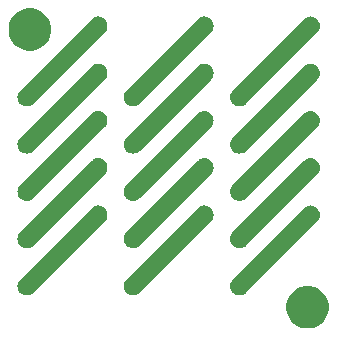
<source format=gbr>
G04 #@! TF.GenerationSoftware,KiCad,Pcbnew,5.1.0*
G04 #@! TF.CreationDate,2019-04-26T16:24:25+02:00*
G04 #@! TF.ProjectId,Dew-Sensor-Lid,4465772d-5365-46e7-936f-722d4c69642e,rev?*
G04 #@! TF.SameCoordinates,Original*
G04 #@! TF.FileFunction,Soldermask,Top*
G04 #@! TF.FilePolarity,Negative*
%FSLAX46Y46*%
G04 Gerber Fmt 4.6, Leading zero omitted, Abs format (unit mm)*
G04 Created by KiCad (PCBNEW 5.1.0) date 2019-04-26 16:24:25*
%MOMM*%
%LPD*%
G04 APERTURE LIST*
%ADD10C,0.100000*%
G04 APERTURE END LIST*
D10*
G36*
X136275331Y-104068211D02*
G01*
X136603092Y-104203974D01*
X136898070Y-104401072D01*
X137148928Y-104651930D01*
X137346026Y-104946908D01*
X137481789Y-105274669D01*
X137551000Y-105622616D01*
X137551000Y-105977384D01*
X137481789Y-106325331D01*
X137346026Y-106653092D01*
X137148928Y-106948070D01*
X136898070Y-107198928D01*
X136603092Y-107396026D01*
X136275331Y-107531789D01*
X135927384Y-107601000D01*
X135572616Y-107601000D01*
X135224669Y-107531789D01*
X134896908Y-107396026D01*
X134601930Y-107198928D01*
X134351072Y-106948070D01*
X134153974Y-106653092D01*
X134018211Y-106325331D01*
X133949000Y-105977384D01*
X133949000Y-105622616D01*
X134018211Y-105274669D01*
X134153974Y-104946908D01*
X134351072Y-104651930D01*
X134601930Y-104401072D01*
X134896908Y-104203974D01*
X135224669Y-104068211D01*
X135572616Y-103999000D01*
X135927384Y-103999000D01*
X136275331Y-104068211D01*
X136275331Y-104068211D01*
G37*
G36*
X136162227Y-97205386D02*
G01*
X136197369Y-97216046D01*
X136313217Y-97251188D01*
X136408170Y-97301942D01*
X136452369Y-97325567D01*
X136452371Y-97325568D01*
X136452370Y-97325568D01*
X136574337Y-97425663D01*
X136674432Y-97547630D01*
X136748812Y-97686783D01*
X136794614Y-97837774D01*
X136810079Y-97994796D01*
X136794614Y-98151818D01*
X136748812Y-98302809D01*
X136698058Y-98397762D01*
X136674433Y-98441961D01*
X136599417Y-98533368D01*
X130533367Y-104599417D01*
X130441961Y-104674433D01*
X130351279Y-104722903D01*
X130302809Y-104748811D01*
X130227313Y-104771712D01*
X130151818Y-104794613D01*
X129994796Y-104810079D01*
X129837774Y-104794613D01*
X129762279Y-104771712D01*
X129686783Y-104748811D01*
X129638313Y-104722903D01*
X129547631Y-104674433D01*
X129504391Y-104638946D01*
X129425663Y-104574337D01*
X129361054Y-104495609D01*
X129325567Y-104452369D01*
X129277097Y-104361687D01*
X129251189Y-104313217D01*
X129205387Y-104162225D01*
X129189921Y-104005204D01*
X129205387Y-103848182D01*
X129251189Y-103697192D01*
X129251189Y-103697191D01*
X129277097Y-103648721D01*
X129325567Y-103558039D01*
X129400583Y-103466633D01*
X135466632Y-97400583D01*
X135558039Y-97325567D01*
X135602238Y-97301942D01*
X135697191Y-97251188D01*
X135813039Y-97216046D01*
X135848181Y-97205386D01*
X136005204Y-97189921D01*
X136162227Y-97205386D01*
X136162227Y-97205386D01*
G37*
G36*
X127162227Y-97205386D02*
G01*
X127197369Y-97216046D01*
X127313217Y-97251188D01*
X127408170Y-97301942D01*
X127452369Y-97325567D01*
X127452371Y-97325568D01*
X127452370Y-97325568D01*
X127574337Y-97425663D01*
X127674432Y-97547630D01*
X127748812Y-97686783D01*
X127794614Y-97837774D01*
X127810079Y-97994796D01*
X127794614Y-98151818D01*
X127748812Y-98302809D01*
X127698058Y-98397762D01*
X127674433Y-98441961D01*
X127599417Y-98533368D01*
X121533367Y-104599417D01*
X121441961Y-104674433D01*
X121351279Y-104722903D01*
X121302809Y-104748811D01*
X121227313Y-104771712D01*
X121151818Y-104794613D01*
X120994796Y-104810079D01*
X120837774Y-104794613D01*
X120762279Y-104771712D01*
X120686783Y-104748811D01*
X120638313Y-104722903D01*
X120547631Y-104674433D01*
X120504391Y-104638946D01*
X120425663Y-104574337D01*
X120361054Y-104495609D01*
X120325567Y-104452369D01*
X120277097Y-104361687D01*
X120251189Y-104313217D01*
X120205387Y-104162225D01*
X120189921Y-104005204D01*
X120205387Y-103848182D01*
X120251189Y-103697192D01*
X120251189Y-103697191D01*
X120277097Y-103648721D01*
X120325567Y-103558039D01*
X120400583Y-103466633D01*
X126466632Y-97400583D01*
X126558039Y-97325567D01*
X126602238Y-97301942D01*
X126697191Y-97251188D01*
X126813039Y-97216046D01*
X126848181Y-97205386D01*
X127005204Y-97189921D01*
X127162227Y-97205386D01*
X127162227Y-97205386D01*
G37*
G36*
X118162227Y-97205386D02*
G01*
X118197369Y-97216046D01*
X118313217Y-97251188D01*
X118408170Y-97301942D01*
X118452369Y-97325567D01*
X118452371Y-97325568D01*
X118452370Y-97325568D01*
X118574337Y-97425663D01*
X118674432Y-97547630D01*
X118748812Y-97686783D01*
X118794614Y-97837774D01*
X118810079Y-97994796D01*
X118794614Y-98151818D01*
X118748812Y-98302809D01*
X118698058Y-98397762D01*
X118674433Y-98441961D01*
X118599417Y-98533368D01*
X112533367Y-104599417D01*
X112441961Y-104674433D01*
X112351279Y-104722903D01*
X112302809Y-104748811D01*
X112227313Y-104771712D01*
X112151818Y-104794613D01*
X111994796Y-104810079D01*
X111837774Y-104794613D01*
X111762279Y-104771712D01*
X111686783Y-104748811D01*
X111638313Y-104722903D01*
X111547631Y-104674433D01*
X111504391Y-104638946D01*
X111425663Y-104574337D01*
X111361054Y-104495609D01*
X111325567Y-104452369D01*
X111277097Y-104361687D01*
X111251189Y-104313217D01*
X111205387Y-104162225D01*
X111189921Y-104005204D01*
X111205387Y-103848182D01*
X111251189Y-103697192D01*
X111251189Y-103697191D01*
X111277097Y-103648721D01*
X111325567Y-103558039D01*
X111400583Y-103466633D01*
X117466632Y-97400583D01*
X117558039Y-97325567D01*
X117602238Y-97301942D01*
X117697191Y-97251188D01*
X117813039Y-97216046D01*
X117848181Y-97205386D01*
X118005204Y-97189921D01*
X118162227Y-97205386D01*
X118162227Y-97205386D01*
G37*
G36*
X136162227Y-93205386D02*
G01*
X136197369Y-93216046D01*
X136313217Y-93251188D01*
X136408170Y-93301942D01*
X136452369Y-93325567D01*
X136452371Y-93325568D01*
X136452370Y-93325568D01*
X136574337Y-93425663D01*
X136674432Y-93547630D01*
X136748812Y-93686783D01*
X136794614Y-93837774D01*
X136810079Y-93994796D01*
X136794614Y-94151818D01*
X136748812Y-94302809D01*
X136698058Y-94397762D01*
X136674433Y-94441961D01*
X136599417Y-94533368D01*
X130533367Y-100599417D01*
X130441961Y-100674433D01*
X130351279Y-100722903D01*
X130302809Y-100748811D01*
X130227313Y-100771712D01*
X130151818Y-100794613D01*
X129994796Y-100810079D01*
X129837774Y-100794613D01*
X129762279Y-100771712D01*
X129686783Y-100748811D01*
X129638313Y-100722903D01*
X129547631Y-100674433D01*
X129504391Y-100638946D01*
X129425663Y-100574337D01*
X129361054Y-100495609D01*
X129325567Y-100452369D01*
X129277097Y-100361687D01*
X129251189Y-100313217D01*
X129205387Y-100162225D01*
X129189921Y-100005204D01*
X129205387Y-99848182D01*
X129251189Y-99697192D01*
X129251189Y-99697191D01*
X129277097Y-99648721D01*
X129325567Y-99558039D01*
X129400583Y-99466633D01*
X135466632Y-93400583D01*
X135558039Y-93325567D01*
X135602238Y-93301942D01*
X135697191Y-93251188D01*
X135813039Y-93216046D01*
X135848181Y-93205386D01*
X136005204Y-93189921D01*
X136162227Y-93205386D01*
X136162227Y-93205386D01*
G37*
G36*
X127162227Y-93205386D02*
G01*
X127197369Y-93216046D01*
X127313217Y-93251188D01*
X127408170Y-93301942D01*
X127452369Y-93325567D01*
X127452371Y-93325568D01*
X127452370Y-93325568D01*
X127574337Y-93425663D01*
X127674432Y-93547630D01*
X127748812Y-93686783D01*
X127794614Y-93837774D01*
X127810079Y-93994796D01*
X127794614Y-94151818D01*
X127748812Y-94302809D01*
X127698058Y-94397762D01*
X127674433Y-94441961D01*
X127599417Y-94533368D01*
X121533367Y-100599417D01*
X121441961Y-100674433D01*
X121351279Y-100722903D01*
X121302809Y-100748811D01*
X121227313Y-100771712D01*
X121151818Y-100794613D01*
X120994796Y-100810079D01*
X120837774Y-100794613D01*
X120762279Y-100771712D01*
X120686783Y-100748811D01*
X120638313Y-100722903D01*
X120547631Y-100674433D01*
X120504391Y-100638946D01*
X120425663Y-100574337D01*
X120361054Y-100495609D01*
X120325567Y-100452369D01*
X120277097Y-100361687D01*
X120251189Y-100313217D01*
X120205387Y-100162225D01*
X120189921Y-100005204D01*
X120205387Y-99848182D01*
X120251189Y-99697192D01*
X120251189Y-99697191D01*
X120277097Y-99648721D01*
X120325567Y-99558039D01*
X120400583Y-99466633D01*
X126466632Y-93400583D01*
X126558039Y-93325567D01*
X126602238Y-93301942D01*
X126697191Y-93251188D01*
X126813039Y-93216046D01*
X126848181Y-93205386D01*
X127005204Y-93189921D01*
X127162227Y-93205386D01*
X127162227Y-93205386D01*
G37*
G36*
X118162227Y-93205386D02*
G01*
X118197369Y-93216046D01*
X118313217Y-93251188D01*
X118408170Y-93301942D01*
X118452369Y-93325567D01*
X118452371Y-93325568D01*
X118452370Y-93325568D01*
X118574337Y-93425663D01*
X118674432Y-93547630D01*
X118748812Y-93686783D01*
X118794614Y-93837774D01*
X118810079Y-93994796D01*
X118794614Y-94151818D01*
X118748812Y-94302809D01*
X118698058Y-94397762D01*
X118674433Y-94441961D01*
X118599417Y-94533368D01*
X112533367Y-100599417D01*
X112441961Y-100674433D01*
X112351279Y-100722903D01*
X112302809Y-100748811D01*
X112227313Y-100771712D01*
X112151818Y-100794613D01*
X111994796Y-100810079D01*
X111837774Y-100794613D01*
X111762279Y-100771712D01*
X111686783Y-100748811D01*
X111638313Y-100722903D01*
X111547631Y-100674433D01*
X111504391Y-100638946D01*
X111425663Y-100574337D01*
X111361054Y-100495609D01*
X111325567Y-100452369D01*
X111277097Y-100361687D01*
X111251189Y-100313217D01*
X111205387Y-100162225D01*
X111189921Y-100005204D01*
X111205387Y-99848182D01*
X111251189Y-99697192D01*
X111251189Y-99697191D01*
X111277097Y-99648721D01*
X111325567Y-99558039D01*
X111400583Y-99466633D01*
X117466632Y-93400583D01*
X117558039Y-93325567D01*
X117602238Y-93301942D01*
X117697191Y-93251188D01*
X117813039Y-93216046D01*
X117848181Y-93205386D01*
X118005204Y-93189921D01*
X118162227Y-93205386D01*
X118162227Y-93205386D01*
G37*
G36*
X127162227Y-89205386D02*
G01*
X127197369Y-89216046D01*
X127313217Y-89251188D01*
X127408170Y-89301942D01*
X127452369Y-89325567D01*
X127452371Y-89325568D01*
X127452370Y-89325568D01*
X127574337Y-89425663D01*
X127674432Y-89547630D01*
X127748812Y-89686783D01*
X127794614Y-89837774D01*
X127810079Y-89994796D01*
X127794614Y-90151818D01*
X127748812Y-90302809D01*
X127698058Y-90397762D01*
X127674433Y-90441961D01*
X127599417Y-90533368D01*
X121533367Y-96599417D01*
X121441961Y-96674433D01*
X121351279Y-96722903D01*
X121302809Y-96748811D01*
X121227313Y-96771712D01*
X121151818Y-96794613D01*
X120994796Y-96810079D01*
X120837774Y-96794613D01*
X120762279Y-96771712D01*
X120686783Y-96748811D01*
X120638313Y-96722903D01*
X120547631Y-96674433D01*
X120504391Y-96638946D01*
X120425663Y-96574337D01*
X120361054Y-96495609D01*
X120325567Y-96452369D01*
X120277097Y-96361687D01*
X120251189Y-96313217D01*
X120205387Y-96162225D01*
X120189921Y-96005204D01*
X120205387Y-95848182D01*
X120251189Y-95697192D01*
X120251189Y-95697191D01*
X120277097Y-95648721D01*
X120325567Y-95558039D01*
X120400583Y-95466633D01*
X126466632Y-89400583D01*
X126558039Y-89325567D01*
X126602238Y-89301942D01*
X126697191Y-89251188D01*
X126813039Y-89216046D01*
X126848181Y-89205386D01*
X127005204Y-89189921D01*
X127162227Y-89205386D01*
X127162227Y-89205386D01*
G37*
G36*
X118162227Y-89205386D02*
G01*
X118197369Y-89216046D01*
X118313217Y-89251188D01*
X118408170Y-89301942D01*
X118452369Y-89325567D01*
X118452371Y-89325568D01*
X118452370Y-89325568D01*
X118574337Y-89425663D01*
X118674432Y-89547630D01*
X118748812Y-89686783D01*
X118794614Y-89837774D01*
X118810079Y-89994796D01*
X118794614Y-90151818D01*
X118748812Y-90302809D01*
X118698058Y-90397762D01*
X118674433Y-90441961D01*
X118599417Y-90533368D01*
X112533367Y-96599417D01*
X112441961Y-96674433D01*
X112351279Y-96722903D01*
X112302809Y-96748811D01*
X112227313Y-96771712D01*
X112151818Y-96794613D01*
X111994796Y-96810079D01*
X111837774Y-96794613D01*
X111762279Y-96771712D01*
X111686783Y-96748811D01*
X111638313Y-96722903D01*
X111547631Y-96674433D01*
X111504391Y-96638946D01*
X111425663Y-96574337D01*
X111361054Y-96495609D01*
X111325567Y-96452369D01*
X111277097Y-96361687D01*
X111251189Y-96313217D01*
X111205387Y-96162225D01*
X111189921Y-96005204D01*
X111205387Y-95848182D01*
X111251189Y-95697192D01*
X111251189Y-95697191D01*
X111277097Y-95648721D01*
X111325567Y-95558039D01*
X111400583Y-95466633D01*
X117466632Y-89400583D01*
X117558039Y-89325567D01*
X117602238Y-89301942D01*
X117697191Y-89251188D01*
X117813039Y-89216046D01*
X117848181Y-89205386D01*
X118005204Y-89189921D01*
X118162227Y-89205386D01*
X118162227Y-89205386D01*
G37*
G36*
X136162227Y-89205386D02*
G01*
X136197369Y-89216046D01*
X136313217Y-89251188D01*
X136408170Y-89301942D01*
X136452369Y-89325567D01*
X136452371Y-89325568D01*
X136452370Y-89325568D01*
X136574337Y-89425663D01*
X136674432Y-89547630D01*
X136748812Y-89686783D01*
X136794614Y-89837774D01*
X136810079Y-89994796D01*
X136794614Y-90151818D01*
X136748812Y-90302809D01*
X136698058Y-90397762D01*
X136674433Y-90441961D01*
X136599417Y-90533368D01*
X130533367Y-96599417D01*
X130441961Y-96674433D01*
X130351279Y-96722903D01*
X130302809Y-96748811D01*
X130227313Y-96771712D01*
X130151818Y-96794613D01*
X129994796Y-96810079D01*
X129837774Y-96794613D01*
X129762279Y-96771712D01*
X129686783Y-96748811D01*
X129638313Y-96722903D01*
X129547631Y-96674433D01*
X129504391Y-96638946D01*
X129425663Y-96574337D01*
X129361054Y-96495609D01*
X129325567Y-96452369D01*
X129277097Y-96361687D01*
X129251189Y-96313217D01*
X129205387Y-96162225D01*
X129189921Y-96005204D01*
X129205387Y-95848182D01*
X129251189Y-95697192D01*
X129251189Y-95697191D01*
X129277097Y-95648721D01*
X129325567Y-95558039D01*
X129400583Y-95466633D01*
X135466632Y-89400583D01*
X135558039Y-89325567D01*
X135602238Y-89301942D01*
X135697191Y-89251188D01*
X135813039Y-89216046D01*
X135848181Y-89205386D01*
X136005204Y-89189921D01*
X136162227Y-89205386D01*
X136162227Y-89205386D01*
G37*
G36*
X118162227Y-85205386D02*
G01*
X118197369Y-85216046D01*
X118313217Y-85251188D01*
X118408170Y-85301942D01*
X118452369Y-85325567D01*
X118452371Y-85325568D01*
X118452370Y-85325568D01*
X118574337Y-85425663D01*
X118674432Y-85547630D01*
X118748812Y-85686783D01*
X118794614Y-85837774D01*
X118810079Y-85994796D01*
X118794614Y-86151818D01*
X118748812Y-86302809D01*
X118698058Y-86397762D01*
X118674433Y-86441961D01*
X118599417Y-86533368D01*
X112533367Y-92599417D01*
X112441961Y-92674433D01*
X112351279Y-92722903D01*
X112302809Y-92748811D01*
X112227313Y-92771712D01*
X112151818Y-92794613D01*
X111994796Y-92810079D01*
X111837774Y-92794613D01*
X111762279Y-92771712D01*
X111686783Y-92748811D01*
X111638313Y-92722903D01*
X111547631Y-92674433D01*
X111504391Y-92638946D01*
X111425663Y-92574337D01*
X111361054Y-92495609D01*
X111325567Y-92452369D01*
X111277097Y-92361687D01*
X111251189Y-92313217D01*
X111205387Y-92162225D01*
X111189921Y-92005204D01*
X111205387Y-91848182D01*
X111251189Y-91697192D01*
X111251189Y-91697191D01*
X111277097Y-91648721D01*
X111325567Y-91558039D01*
X111400583Y-91466633D01*
X117466632Y-85400583D01*
X117558039Y-85325567D01*
X117602238Y-85301942D01*
X117697191Y-85251188D01*
X117813039Y-85216046D01*
X117848181Y-85205386D01*
X118005204Y-85189921D01*
X118162227Y-85205386D01*
X118162227Y-85205386D01*
G37*
G36*
X127162227Y-85205386D02*
G01*
X127197369Y-85216046D01*
X127313217Y-85251188D01*
X127408170Y-85301942D01*
X127452369Y-85325567D01*
X127452371Y-85325568D01*
X127452370Y-85325568D01*
X127574337Y-85425663D01*
X127674432Y-85547630D01*
X127748812Y-85686783D01*
X127794614Y-85837774D01*
X127810079Y-85994796D01*
X127794614Y-86151818D01*
X127748812Y-86302809D01*
X127698058Y-86397762D01*
X127674433Y-86441961D01*
X127599417Y-86533368D01*
X121533367Y-92599417D01*
X121441961Y-92674433D01*
X121351279Y-92722903D01*
X121302809Y-92748811D01*
X121227313Y-92771712D01*
X121151818Y-92794613D01*
X120994796Y-92810079D01*
X120837774Y-92794613D01*
X120762279Y-92771712D01*
X120686783Y-92748811D01*
X120638313Y-92722903D01*
X120547631Y-92674433D01*
X120504391Y-92638946D01*
X120425663Y-92574337D01*
X120361054Y-92495609D01*
X120325567Y-92452369D01*
X120277097Y-92361687D01*
X120251189Y-92313217D01*
X120205387Y-92162225D01*
X120189921Y-92005204D01*
X120205387Y-91848182D01*
X120251189Y-91697192D01*
X120251189Y-91697191D01*
X120277097Y-91648721D01*
X120325567Y-91558039D01*
X120400583Y-91466633D01*
X126466632Y-85400583D01*
X126558039Y-85325567D01*
X126602238Y-85301942D01*
X126697191Y-85251188D01*
X126813039Y-85216046D01*
X126848181Y-85205386D01*
X127005204Y-85189921D01*
X127162227Y-85205386D01*
X127162227Y-85205386D01*
G37*
G36*
X136162227Y-85205386D02*
G01*
X136197369Y-85216046D01*
X136313217Y-85251188D01*
X136408170Y-85301942D01*
X136452369Y-85325567D01*
X136452371Y-85325568D01*
X136452370Y-85325568D01*
X136574337Y-85425663D01*
X136674432Y-85547630D01*
X136748812Y-85686783D01*
X136794614Y-85837774D01*
X136810079Y-85994796D01*
X136794614Y-86151818D01*
X136748812Y-86302809D01*
X136698058Y-86397762D01*
X136674433Y-86441961D01*
X136599417Y-86533368D01*
X130533367Y-92599417D01*
X130441961Y-92674433D01*
X130351279Y-92722903D01*
X130302809Y-92748811D01*
X130227313Y-92771712D01*
X130151818Y-92794613D01*
X129994796Y-92810079D01*
X129837774Y-92794613D01*
X129762279Y-92771712D01*
X129686783Y-92748811D01*
X129638313Y-92722903D01*
X129547631Y-92674433D01*
X129504391Y-92638946D01*
X129425663Y-92574337D01*
X129361054Y-92495609D01*
X129325567Y-92452369D01*
X129277097Y-92361687D01*
X129251189Y-92313217D01*
X129205387Y-92162225D01*
X129189921Y-92005204D01*
X129205387Y-91848182D01*
X129251189Y-91697192D01*
X129251189Y-91697191D01*
X129277097Y-91648721D01*
X129325567Y-91558039D01*
X129400583Y-91466633D01*
X135466632Y-85400583D01*
X135558039Y-85325567D01*
X135602238Y-85301942D01*
X135697191Y-85251188D01*
X135813039Y-85216046D01*
X135848181Y-85205386D01*
X136005204Y-85189921D01*
X136162227Y-85205386D01*
X136162227Y-85205386D01*
G37*
G36*
X118162227Y-81205386D02*
G01*
X118197369Y-81216046D01*
X118313217Y-81251188D01*
X118408170Y-81301942D01*
X118452369Y-81325567D01*
X118452371Y-81325568D01*
X118452370Y-81325568D01*
X118574337Y-81425663D01*
X118674432Y-81547630D01*
X118748812Y-81686783D01*
X118794614Y-81837774D01*
X118810079Y-81994796D01*
X118794614Y-82151818D01*
X118748812Y-82302809D01*
X118698058Y-82397762D01*
X118674433Y-82441961D01*
X118599417Y-82533368D01*
X112533367Y-88599417D01*
X112441961Y-88674433D01*
X112351279Y-88722903D01*
X112302809Y-88748811D01*
X112227313Y-88771712D01*
X112151818Y-88794613D01*
X111994796Y-88810079D01*
X111837774Y-88794613D01*
X111762279Y-88771712D01*
X111686783Y-88748811D01*
X111638313Y-88722903D01*
X111547631Y-88674433D01*
X111504391Y-88638946D01*
X111425663Y-88574337D01*
X111361054Y-88495609D01*
X111325567Y-88452369D01*
X111277097Y-88361687D01*
X111251189Y-88313217D01*
X111205387Y-88162225D01*
X111189921Y-88005204D01*
X111205387Y-87848182D01*
X111251189Y-87697192D01*
X111251189Y-87697191D01*
X111277097Y-87648721D01*
X111325567Y-87558039D01*
X111400583Y-87466633D01*
X117466632Y-81400583D01*
X117558039Y-81325567D01*
X117602238Y-81301942D01*
X117697191Y-81251188D01*
X117813039Y-81216046D01*
X117848181Y-81205386D01*
X118005204Y-81189921D01*
X118162227Y-81205386D01*
X118162227Y-81205386D01*
G37*
G36*
X127162227Y-81205386D02*
G01*
X127197369Y-81216046D01*
X127313217Y-81251188D01*
X127408170Y-81301942D01*
X127452369Y-81325567D01*
X127452371Y-81325568D01*
X127452370Y-81325568D01*
X127574337Y-81425663D01*
X127674432Y-81547630D01*
X127748812Y-81686783D01*
X127794614Y-81837774D01*
X127810079Y-81994796D01*
X127794614Y-82151818D01*
X127748812Y-82302809D01*
X127698058Y-82397762D01*
X127674433Y-82441961D01*
X127599417Y-82533368D01*
X121533367Y-88599417D01*
X121441961Y-88674433D01*
X121351279Y-88722903D01*
X121302809Y-88748811D01*
X121227313Y-88771712D01*
X121151818Y-88794613D01*
X120994796Y-88810079D01*
X120837774Y-88794613D01*
X120762279Y-88771712D01*
X120686783Y-88748811D01*
X120638313Y-88722903D01*
X120547631Y-88674433D01*
X120504391Y-88638946D01*
X120425663Y-88574337D01*
X120361054Y-88495609D01*
X120325567Y-88452369D01*
X120277097Y-88361687D01*
X120251189Y-88313217D01*
X120205387Y-88162225D01*
X120189921Y-88005204D01*
X120205387Y-87848182D01*
X120251189Y-87697192D01*
X120251189Y-87697191D01*
X120277097Y-87648721D01*
X120325567Y-87558039D01*
X120400583Y-87466633D01*
X126466632Y-81400583D01*
X126558039Y-81325567D01*
X126602238Y-81301942D01*
X126697191Y-81251188D01*
X126813039Y-81216046D01*
X126848181Y-81205386D01*
X127005204Y-81189921D01*
X127162227Y-81205386D01*
X127162227Y-81205386D01*
G37*
G36*
X136162227Y-81205386D02*
G01*
X136197369Y-81216046D01*
X136313217Y-81251188D01*
X136408170Y-81301942D01*
X136452369Y-81325567D01*
X136452371Y-81325568D01*
X136452370Y-81325568D01*
X136574337Y-81425663D01*
X136674432Y-81547630D01*
X136748812Y-81686783D01*
X136794614Y-81837774D01*
X136810079Y-81994796D01*
X136794614Y-82151818D01*
X136748812Y-82302809D01*
X136698058Y-82397762D01*
X136674433Y-82441961D01*
X136599417Y-82533368D01*
X130533367Y-88599417D01*
X130441961Y-88674433D01*
X130351279Y-88722903D01*
X130302809Y-88748811D01*
X130227313Y-88771712D01*
X130151818Y-88794613D01*
X129994796Y-88810079D01*
X129837774Y-88794613D01*
X129762279Y-88771712D01*
X129686783Y-88748811D01*
X129638313Y-88722903D01*
X129547631Y-88674433D01*
X129504391Y-88638946D01*
X129425663Y-88574337D01*
X129361054Y-88495609D01*
X129325567Y-88452369D01*
X129277097Y-88361687D01*
X129251189Y-88313217D01*
X129205387Y-88162225D01*
X129189921Y-88005204D01*
X129205387Y-87848182D01*
X129251189Y-87697192D01*
X129251189Y-87697191D01*
X129277097Y-87648721D01*
X129325567Y-87558039D01*
X129400583Y-87466633D01*
X135466632Y-81400583D01*
X135558039Y-81325567D01*
X135602238Y-81301942D01*
X135697191Y-81251188D01*
X135813039Y-81216046D01*
X135848181Y-81205386D01*
X136005204Y-81189921D01*
X136162227Y-81205386D01*
X136162227Y-81205386D01*
G37*
G36*
X112775331Y-80568211D02*
G01*
X113103092Y-80703974D01*
X113398070Y-80901072D01*
X113648928Y-81151930D01*
X113846026Y-81446908D01*
X113981789Y-81774669D01*
X114051000Y-82122616D01*
X114051000Y-82477384D01*
X113981789Y-82825331D01*
X113846026Y-83153092D01*
X113648928Y-83448070D01*
X113398070Y-83698928D01*
X113103092Y-83896026D01*
X112775331Y-84031789D01*
X112427384Y-84101000D01*
X112072616Y-84101000D01*
X111724669Y-84031789D01*
X111396908Y-83896026D01*
X111101930Y-83698928D01*
X110851072Y-83448070D01*
X110653974Y-83153092D01*
X110518211Y-82825331D01*
X110449000Y-82477384D01*
X110449000Y-82122616D01*
X110518211Y-81774669D01*
X110653974Y-81446908D01*
X110851072Y-81151930D01*
X111101930Y-80901072D01*
X111396908Y-80703974D01*
X111724669Y-80568211D01*
X112072616Y-80499000D01*
X112427384Y-80499000D01*
X112775331Y-80568211D01*
X112775331Y-80568211D01*
G37*
M02*

</source>
